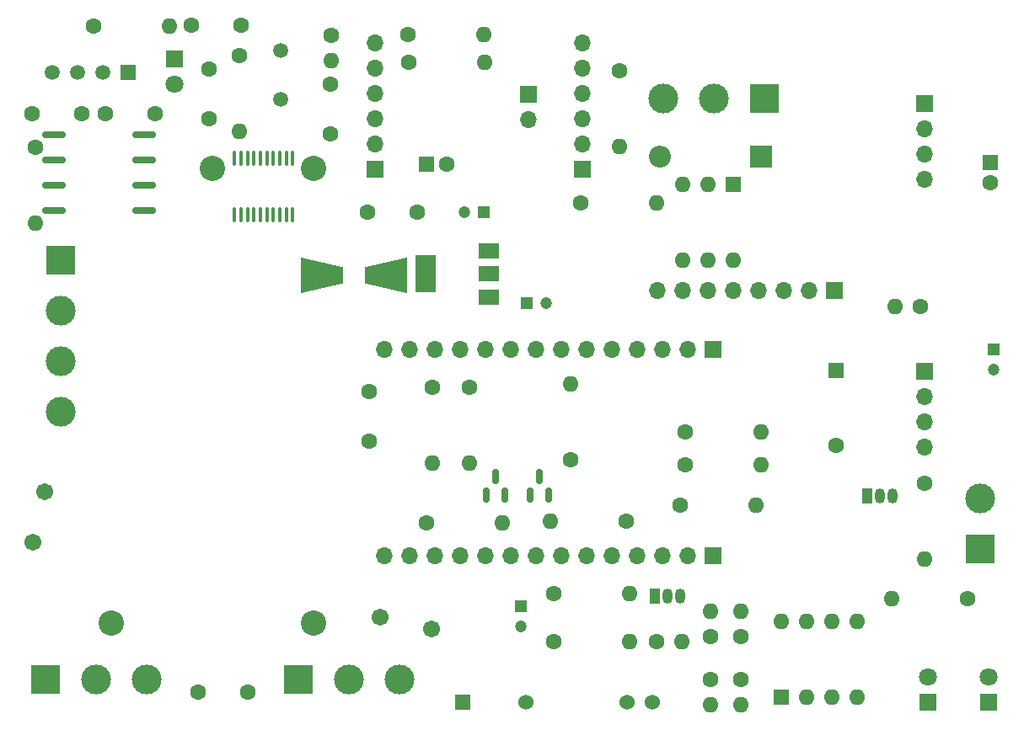
<source format=gbr>
%TF.GenerationSoftware,KiCad,Pcbnew,7.0.1*%
%TF.CreationDate,2023-09-22T18:52:24+02:00*%
%TF.ProjectId,Scheda Attivatore,53636865-6461-4204-9174-74697661746f,rev?*%
%TF.SameCoordinates,Original*%
%TF.FileFunction,Soldermask,Top*%
%TF.FilePolarity,Negative*%
%FSLAX46Y46*%
G04 Gerber Fmt 4.6, Leading zero omitted, Abs format (unit mm)*
G04 Created by KiCad (PCBNEW 7.0.1) date 2023-09-22 18:52:24*
%MOMM*%
%LPD*%
G01*
G04 APERTURE LIST*
G04 Aperture macros list*
%AMRoundRect*
0 Rectangle with rounded corners*
0 $1 Rounding radius*
0 $2 $3 $4 $5 $6 $7 $8 $9 X,Y pos of 4 corners*
0 Add a 4 corners polygon primitive as box body*
4,1,4,$2,$3,$4,$5,$6,$7,$8,$9,$2,$3,0*
0 Add four circle primitives for the rounded corners*
1,1,$1+$1,$2,$3*
1,1,$1+$1,$4,$5*
1,1,$1+$1,$6,$7*
1,1,$1+$1,$8,$9*
0 Add four rect primitives between the rounded corners*
20,1,$1+$1,$2,$3,$4,$5,0*
20,1,$1+$1,$4,$5,$6,$7,0*
20,1,$1+$1,$6,$7,$8,$9,0*
20,1,$1+$1,$8,$9,$2,$3,0*%
%AMOutline4P*
0 Free polygon, 4 corners , with rotation*
0 The origin of the aperture is its center*
0 number of corners: always 4*
0 $1 to $8 corner X, Y*
0 $9 Rotation angle, in degrees counterclockwise*
0 create outline with 4 corners*
4,1,4,$1,$2,$3,$4,$5,$6,$7,$8,$1,$2,$9*%
G04 Aperture macros list end*
%ADD10R,1.700000X1.700000*%
%ADD11O,1.700000X1.700000*%
%ADD12R,1.600000X1.600000*%
%ADD13C,1.600000*%
%ADD14R,1.800000X1.800000*%
%ADD15C,1.800000*%
%ADD16O,1.600000X1.600000*%
%ADD17RoundRect,0.150000X0.150000X-0.587500X0.150000X0.587500X-0.150000X0.587500X-0.150000X-0.587500X0*%
%ADD18C,1.710000*%
%ADD19R,3.000000X3.000000*%
%ADD20C,3.000000*%
%ADD21RoundRect,0.162500X1.012500X0.162500X-1.012500X0.162500X-1.012500X-0.162500X1.012500X-0.162500X0*%
%ADD22Outline4P,-2.150000X-1.800000X2.150000X-0.800000X2.150000X0.800000X-2.150000X1.800000X0.000000*%
%ADD23Outline4P,-2.150000X-1.800000X2.150000X-0.800000X2.150000X0.800000X-2.150000X1.800000X180.000000*%
%ADD24R,1.200000X1.200000*%
%ADD25C,1.200000*%
%ADD26R,2.200000X2.200000*%
%ADD27O,2.200000X2.200000*%
%ADD28R,1.500000X1.500000*%
%ADD29C,1.500000*%
%ADD30RoundRect,0.100000X-0.100000X0.637500X-0.100000X-0.637500X0.100000X-0.637500X0.100000X0.637500X0*%
%ADD31R,2.000000X1.500000*%
%ADD32R,2.000000X3.800000*%
%ADD33R,1.524000X1.524000*%
%ADD34C,1.524000*%
%ADD35R,1.050000X1.500000*%
%ADD36O,1.050000X1.500000*%
%ADD37C,2.540000*%
G04 APERTURE END LIST*
D10*
%TO.C,U3_1*%
X159004000Y-72004000D03*
D11*
X159004000Y-74544000D03*
%TD*%
D12*
%TO.C,C11*%
X205400000Y-78844888D03*
D13*
X205400000Y-80844888D03*
%TD*%
D14*
%TO.C,LD3*%
X199136000Y-133096000D03*
D15*
X199136000Y-130556000D03*
%TD*%
D13*
%TO.C,MOV1*%
X125810000Y-132080000D03*
X130810000Y-132080000D03*
%TD*%
%TO.C,R17*%
X177292000Y-130810000D03*
D16*
X177292000Y-133350000D03*
%TD*%
D13*
%TO.C,R21*%
X146964400Y-68732400D03*
D16*
X154584400Y-68732400D03*
%TD*%
D10*
%TO.C,U3*%
X198755000Y-72898000D03*
D11*
X198755000Y-75438000D03*
X198755000Y-77978000D03*
X198755000Y-80518000D03*
%TD*%
D10*
%TO.C,U1*%
X177536000Y-97663000D03*
D11*
X174996000Y-97663000D03*
X172456000Y-97663000D03*
X169916000Y-97663000D03*
X167376000Y-97663000D03*
X164836000Y-97663000D03*
X162296000Y-97663000D03*
X159756000Y-97663000D03*
X157216000Y-97663000D03*
X154676000Y-97663000D03*
X152136000Y-97663000D03*
X149596000Y-97663000D03*
X147056000Y-97663000D03*
X144516000Y-97663000D03*
%TD*%
D17*
%TO.C,T4*%
X159131000Y-112268000D03*
X161031000Y-112268000D03*
X160081000Y-110393000D03*
%TD*%
D13*
%TO.C,R25*%
X149352000Y-101473000D03*
D16*
X149352000Y-109093000D03*
%TD*%
D13*
%TO.C,R9*%
X161544000Y-122174000D03*
D16*
X169164000Y-122174000D03*
%TD*%
D12*
%TO.C,U9*%
X179578000Y-81026000D03*
D16*
X177038000Y-81026000D03*
X174498000Y-81026000D03*
X174498000Y-88646000D03*
X177038000Y-88646000D03*
X179578000Y-88646000D03*
%TD*%
D13*
%TO.C,C5*%
X139065000Y-75946000D03*
X139065000Y-70946000D03*
%TD*%
%TO.C,R19*%
X174752000Y-109220000D03*
D16*
X182372000Y-109220000D03*
%TD*%
D13*
%TO.C,R4*%
X115265200Y-65125600D03*
D16*
X122885200Y-65125600D03*
%TD*%
D13*
%TO.C,R10*%
X161544000Y-127000000D03*
D16*
X169164000Y-127000000D03*
%TD*%
D14*
%TO.C,LD2*%
X205232000Y-133096000D03*
D15*
X205232000Y-130556000D03*
%TD*%
D13*
%TO.C,R6*%
X174244000Y-113284000D03*
D16*
X181864000Y-113284000D03*
%TD*%
D13*
%TO.C,R12*%
X163195000Y-108712000D03*
D16*
X163195000Y-101092000D03*
%TD*%
D18*
%TO.C,F2*%
X109220000Y-117012400D03*
X110420000Y-111912400D03*
%TD*%
D13*
%TO.C,R24*%
X148717000Y-115062000D03*
D16*
X156337000Y-115062000D03*
%TD*%
D13*
%TO.C,R5*%
X198374000Y-93345000D03*
D16*
X195834000Y-93345000D03*
%TD*%
D13*
%TO.C,R16*%
X177292000Y-126492000D03*
D16*
X177292000Y-123952000D03*
%TD*%
D17*
%TO.C,T3*%
X154752000Y-112268000D03*
X156652000Y-112268000D03*
X155702000Y-110393000D03*
%TD*%
D19*
%TO.C,CN3*%
X135890000Y-130810000D03*
D20*
X140970000Y-130810000D03*
X146050000Y-130810000D03*
%TD*%
D21*
%TO.C,U7*%
X120349000Y-83693000D03*
X120349000Y-81153000D03*
X120349000Y-78613000D03*
X120349000Y-76073000D03*
X111299000Y-76073000D03*
X111299000Y-78613000D03*
X111299000Y-81153000D03*
X111299000Y-83693000D03*
%TD*%
D13*
%TO.C,R2*%
X139192000Y-66040000D03*
D16*
X139192000Y-68580000D03*
%TD*%
D22*
%TO.C,DZ1*%
X138253000Y-90170000D03*
D23*
X144653000Y-90170000D03*
%TD*%
D14*
%TO.C,LD1*%
X123444000Y-68453000D03*
D15*
X123444000Y-70993000D03*
%TD*%
D18*
%TO.C,F1*%
X149225000Y-125730000D03*
X144125000Y-124530000D03*
%TD*%
D13*
%TO.C,R11*%
X171831000Y-127000000D03*
D16*
X174371000Y-127000000D03*
%TD*%
D19*
%TO.C,CN5*%
X110490000Y-130810000D03*
D20*
X115570000Y-130810000D03*
X120650000Y-130810000D03*
%TD*%
D13*
%TO.C,R15*%
X180340000Y-126521000D03*
D16*
X180340000Y-123981000D03*
%TD*%
D24*
%TO.C,C13*%
X205740000Y-97663000D03*
D25*
X205740000Y-99663000D03*
%TD*%
D13*
%TO.C,R20*%
X174752000Y-105918000D03*
D16*
X182372000Y-105918000D03*
%TD*%
D10*
%TO.C,U1_1*%
X177546000Y-118364000D03*
D11*
X175006000Y-118364000D03*
X172466000Y-118364000D03*
X169926000Y-118364000D03*
X167386000Y-118364000D03*
X164846000Y-118364000D03*
X162306000Y-118364000D03*
X159766000Y-118364000D03*
X157226000Y-118364000D03*
X154686000Y-118364000D03*
X152146000Y-118364000D03*
X149606000Y-118364000D03*
X147066000Y-118364000D03*
X144526000Y-118364000D03*
%TD*%
D26*
%TO.C,D1*%
X182372000Y-78232000D03*
D27*
X172212000Y-78232000D03*
%TD*%
D13*
%TO.C,R26*%
X153035000Y-101473000D03*
D16*
X153035000Y-109093000D03*
%TD*%
D19*
%TO.C,CN1*%
X112014000Y-88646000D03*
D20*
X112014000Y-93726000D03*
X112014000Y-98806000D03*
X112014000Y-103886000D03*
%TD*%
D13*
%TO.C,R14*%
X168148000Y-69596000D03*
D16*
X168148000Y-77216000D03*
%TD*%
D10*
%TO.C,U4_1*%
X189723000Y-91694000D03*
D11*
X187183000Y-91694000D03*
X184643000Y-91694000D03*
X182103000Y-91694000D03*
X179563000Y-91694000D03*
X177023000Y-91694000D03*
X174483000Y-91694000D03*
X171943000Y-91694000D03*
%TD*%
D28*
%TO.C,U8*%
X118745000Y-69747500D03*
D29*
X116205000Y-69747500D03*
X113665000Y-69747500D03*
X111125000Y-69747500D03*
%TD*%
D13*
%TO.C,R22*%
X146913600Y-65989200D03*
D16*
X154533600Y-65989200D03*
%TD*%
D30*
%TO.C,U6*%
X135300000Y-78400000D03*
X134650000Y-78400000D03*
X134000000Y-78400000D03*
X133350000Y-78400000D03*
X132700000Y-78400000D03*
X132050000Y-78400000D03*
X131400000Y-78400000D03*
X130750000Y-78400000D03*
X130100000Y-78400000D03*
X129450000Y-78400000D03*
X129450000Y-84125000D03*
X130100000Y-84125000D03*
X130750000Y-84125000D03*
X131400000Y-84125000D03*
X132050000Y-84125000D03*
X132700000Y-84125000D03*
X133350000Y-84125000D03*
X134000000Y-84125000D03*
X134650000Y-84125000D03*
X135300000Y-84125000D03*
%TD*%
D19*
%TO.C,CN4*%
X182680000Y-72400000D03*
D20*
X177600000Y-72400000D03*
X172520000Y-72400000D03*
%TD*%
D31*
%TO.C,U5*%
X154998600Y-92343000D03*
X154998600Y-90043000D03*
D32*
X148698600Y-90043000D03*
D31*
X154998600Y-87743000D03*
%TD*%
D12*
%TO.C,SW1*%
X184404000Y-132588000D03*
D16*
X186944000Y-132588000D03*
X189484000Y-132588000D03*
X192024000Y-132588000D03*
X192024000Y-124968000D03*
X189484000Y-124968000D03*
X186944000Y-124968000D03*
X184404000Y-124968000D03*
%TD*%
D13*
%TO.C,R23*%
X168783000Y-114935000D03*
D16*
X161163000Y-114935000D03*
%TD*%
D19*
%TO.C,CN2*%
X204343000Y-117729000D03*
D20*
X204343000Y-112649000D03*
%TD*%
D13*
%TO.C,C6*%
X126873000Y-74422000D03*
X126873000Y-69422000D03*
%TD*%
%TO.C,R1*%
X129921000Y-68072000D03*
D16*
X129921000Y-75692000D03*
%TD*%
D24*
%TO.C,C12*%
X158242000Y-123487401D03*
D25*
X158242000Y-125487401D03*
%TD*%
D10*
%TO.C,U2_1*%
X164400000Y-79500000D03*
D11*
X164400000Y-76960000D03*
X164400000Y-74420000D03*
X164400000Y-71880000D03*
X164400000Y-69340000D03*
X164400000Y-66800000D03*
%TD*%
D29*
%TO.C,Y1*%
X134112000Y-72444000D03*
X134112000Y-67564000D03*
%TD*%
D13*
%TO.C,C4*%
X125095000Y-65024000D03*
X130095000Y-65024000D03*
%TD*%
D33*
%TO.C,RL1*%
X152400000Y-133096000D03*
D34*
X158750000Y-133096000D03*
X168910000Y-133096000D03*
X171450000Y-133096000D03*
%TD*%
D13*
%TO.C,R13*%
X164230000Y-82900000D03*
D16*
X171850000Y-82900000D03*
%TD*%
D13*
%TO.C,C9*%
X143002000Y-106894000D03*
X143002000Y-101894000D03*
%TD*%
%TO.C,R18*%
X180340000Y-130781000D03*
D16*
X180340000Y-133321000D03*
%TD*%
D12*
%TO.C,C10*%
X148750000Y-78994000D03*
D13*
X150750000Y-78994000D03*
%TD*%
D10*
%TO.C,U4*%
X198780400Y-99822000D03*
D11*
X198780400Y-102362000D03*
X198780400Y-104902000D03*
X198780400Y-107442000D03*
%TD*%
D35*
%TO.C,T1*%
X193040000Y-112395000D03*
D36*
X194310000Y-112395000D03*
X195580000Y-112395000D03*
%TD*%
D13*
%TO.C,R7*%
X198755000Y-111125000D03*
D16*
X198755000Y-118745000D03*
%TD*%
D37*
%TO.C,U10*%
X117094000Y-125145800D03*
X137414000Y-125145800D03*
X127254000Y-79425800D03*
X137414000Y-79425800D03*
%TD*%
D24*
%TO.C,C2*%
X154515600Y-83820000D03*
D25*
X152515600Y-83820000D03*
%TD*%
D10*
%TO.C,U2*%
X143600000Y-79550000D03*
D11*
X143600000Y-77010000D03*
X143600000Y-74470000D03*
X143600000Y-71930000D03*
X143600000Y-69390000D03*
X143600000Y-66850000D03*
%TD*%
D13*
%TO.C,C7*%
X121500000Y-73900000D03*
X116500000Y-73900000D03*
%TD*%
%TO.C,C8*%
X114150000Y-73900000D03*
X109150000Y-73900000D03*
%TD*%
D24*
%TO.C,C1*%
X158793401Y-92964000D03*
D25*
X160793401Y-92964000D03*
%TD*%
D12*
%TO.C,BZ1*%
X189865000Y-99715000D03*
D13*
X189865000Y-107315000D03*
%TD*%
%TO.C,R3*%
X109474000Y-77343000D03*
D16*
X109474000Y-84963000D03*
%TD*%
D13*
%TO.C,C3*%
X147828000Y-83820000D03*
X142828000Y-83820000D03*
%TD*%
D35*
%TO.C,T2*%
X171704000Y-122428000D03*
D36*
X172974000Y-122428000D03*
X174244000Y-122428000D03*
%TD*%
D13*
%TO.C,R8*%
X203073000Y-122682000D03*
D16*
X195453000Y-122682000D03*
%TD*%
M02*

</source>
